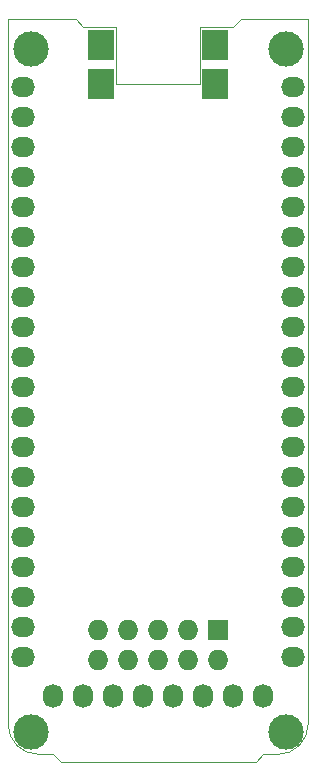
<source format=gbr>
G04 #@! TF.FileFunction,Soldermask,Bot*
%FSLAX46Y46*%
G04 Gerber Fmt 4.6, Leading zero omitted, Abs format (unit mm)*
G04 Created by KiCad (PCBNEW (2015-01-16 BZR 5376)-product) date 01-Oct-16 1:27:22 PM*
%MOMM*%
G01*
G04 APERTURE LIST*
%ADD10C,0.150000*%
%ADD11C,0.100000*%
%ADD12R,2.200000X2.500000*%
%ADD13C,3.000000*%
%ADD14O,1.727200X2.032000*%
%ADD15O,2.032000X1.727200*%
%ADD16R,1.727200X1.727200*%
%ADD17O,1.727200X1.727200*%
G04 APERTURE END LIST*
D10*
D11*
X69850000Y-103505000D02*
X68580000Y-103505000D01*
X88900000Y-103505000D02*
X87630000Y-103505000D01*
X86995000Y-104140000D02*
X87630000Y-103505000D01*
X70485000Y-104140000D02*
X86995000Y-104140000D01*
X69850000Y-103505000D02*
X70485000Y-104140000D01*
X82296000Y-41910000D02*
X82550000Y-41910000D01*
X75184000Y-41910000D02*
X74930000Y-41910000D01*
X85090000Y-41910000D02*
X82550000Y-41910000D01*
X85725000Y-41275000D02*
X85090000Y-41910000D01*
X91440000Y-41275000D02*
X85725000Y-41275000D01*
X91440000Y-41910000D02*
X91440000Y-41275000D01*
X72390000Y-41910000D02*
X74930000Y-41910000D01*
X71755000Y-41275000D02*
X72390000Y-41910000D01*
X66040000Y-41275000D02*
X71755000Y-41275000D01*
X66040000Y-41910000D02*
X66040000Y-41275000D01*
X82296000Y-46736000D02*
X82296000Y-41910000D01*
X75184000Y-46736000D02*
X82296000Y-46736000D01*
X75184000Y-41910000D02*
X75184000Y-46736000D01*
X66040000Y-100965000D02*
X66040000Y-100330000D01*
X91440000Y-100330000D02*
X91440000Y-100965000D01*
X66040000Y-100965000D02*
G75*
G03X68580000Y-103505000I2540000J0D01*
G01*
X88900000Y-103505000D02*
G75*
G03X91440000Y-100965000I0J2540000D01*
G01*
X91440000Y-41910000D02*
X91440000Y-45720000D01*
X66040000Y-45720000D02*
X66040000Y-41910000D01*
X91440000Y-100330000D02*
X91440000Y-96520000D01*
X66040000Y-96520000D02*
X66040000Y-100330000D01*
X66040000Y-46990000D02*
X66040000Y-45720000D01*
X91440000Y-46990000D02*
X91440000Y-45720000D01*
X91440000Y-96520000D02*
X91440000Y-46990000D01*
X66040000Y-46990000D02*
X66040000Y-96520000D01*
D12*
X83565000Y-46745600D03*
X83565000Y-43445600D03*
X73915000Y-46745600D03*
X73915000Y-43445600D03*
D13*
X89535000Y-101600000D03*
X67945000Y-43815000D03*
X89535000Y-43815000D03*
X67945000Y-101600000D03*
D14*
X69850000Y-98552000D03*
X72390000Y-98552000D03*
X74930000Y-98552000D03*
X77470000Y-98552000D03*
X80010000Y-98552000D03*
X82550000Y-98552000D03*
X85090000Y-98552000D03*
X87630000Y-98552000D03*
D15*
X90170000Y-72390000D03*
X90170000Y-74930000D03*
X90170000Y-77470000D03*
X90170000Y-80010000D03*
X90170000Y-82550000D03*
X90170000Y-85090000D03*
X90170000Y-87630000D03*
X90170000Y-90170000D03*
X90170000Y-92710000D03*
X90170000Y-95250000D03*
X90170000Y-69850000D03*
X90170000Y-67310000D03*
X90170000Y-64770000D03*
X90170000Y-62230000D03*
X90170000Y-59690000D03*
X90170000Y-57150000D03*
X90170000Y-54610000D03*
X90170000Y-52070000D03*
X90170000Y-49530000D03*
X90170000Y-46990000D03*
X67310000Y-72390000D03*
X67310000Y-74930000D03*
X67310000Y-77470000D03*
X67310000Y-80010000D03*
X67310000Y-82550000D03*
X67310000Y-85090000D03*
X67310000Y-87630000D03*
X67310000Y-90170000D03*
X67310000Y-92710000D03*
X67310000Y-95250000D03*
X67310000Y-46990000D03*
X67310000Y-49530000D03*
X67310000Y-52070000D03*
X67310000Y-54610000D03*
X67310000Y-57150000D03*
X67310000Y-59690000D03*
X67310000Y-62230000D03*
X67310000Y-64770000D03*
X67310000Y-67310000D03*
X67310000Y-69850000D03*
D16*
X83820000Y-92964000D03*
D17*
X83820000Y-95504000D03*
X81280000Y-92964000D03*
X81280000Y-95504000D03*
X78740000Y-92964000D03*
X78740000Y-95504000D03*
X76200000Y-92964000D03*
X76200000Y-95504000D03*
X73660000Y-92964000D03*
X73660000Y-95504000D03*
M02*

</source>
